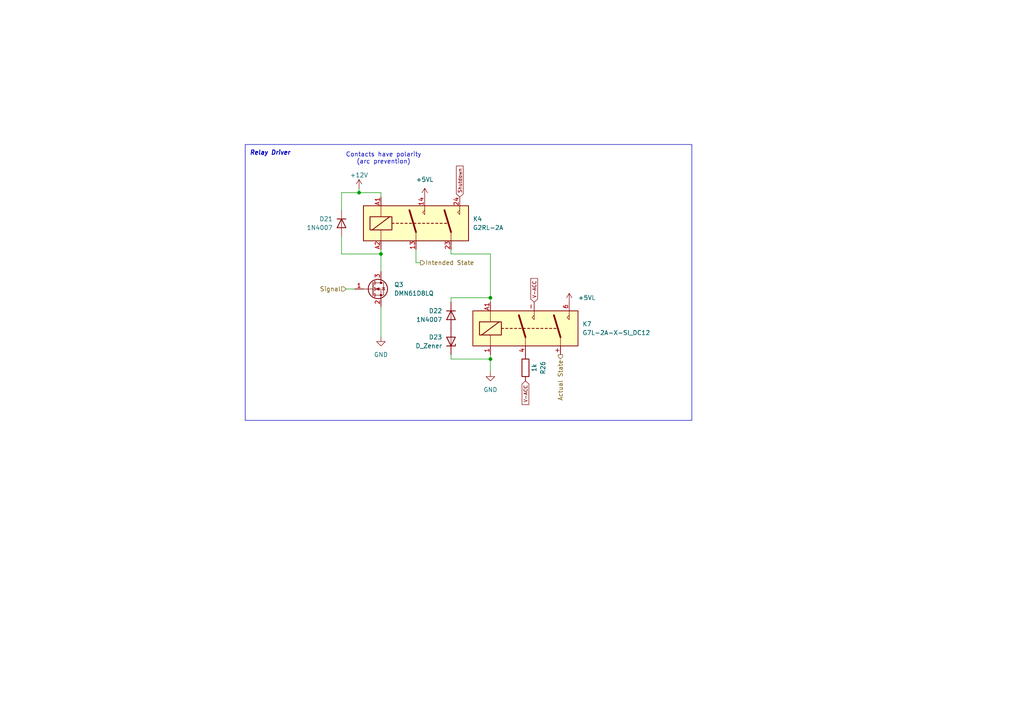
<source format=kicad_sch>
(kicad_sch (version 20250114) (generator "eeschema") (generator_version "9.0")
  (paper "A4")
  (title_block (title "Precharge") (date "2025-10-06") (rev "A") (company "York Formula Student") (comment 1 "Designed by Josh B and Logan C"))
  (lib_symbols
    (symbol "Device:D_Zener" (pin_numbers (hide yes)) (pin_names (offset 1.016) (hide yes))
      (property "Reference" "D" (at 0 2.54 0))
      (property "Value" "D_Zener" (at 0 -2.54 0))
      (symbol "D_Zener_0_1"
        (polyline (pts (xy -1.27 -1.27) (xy -1.27 1.27) (xy -0.762 1.27)) (stroke (width 0.254)))
        (polyline (pts (xy 1.27 0) (xy -1.27 0)))
        (polyline (pts (xy 1.27 -1.27) (xy 1.27 1.27) (xy -1.27 0) (xy 1.27 -1.27)) (stroke (width 0.254)))
      )
      (symbol "D_Zener_1_1"
        (pin passive line (at -3.81 0 0) (length 2.54) (name "K") (number "1"))
        (pin passive line (at 3.81 0 180) (length 2.54) (name "A") (number "2"))
      )
    )
    (symbol "Device:R" (pin_numbers (hide yes)) (pin_names (offset 0))
      (property "Reference" "R" (at 2.032 0 90))
      (property "Value" "R" (at 0 0 90))
      (symbol "R_0_1"
        (rectangle (start -1.016 -2.54) (end 1.016 2.54) (stroke (width 0.254)))
      )
      (symbol "R_1_1"
        (pin passive line (at 0 3.81 270) (length 1.27) (name "~") (number "1"))
        (pin passive line (at 0 -3.81 90) (length 1.27) (name "~") (number "2"))
      )
    )
    (symbol "Diode:1N4007" (pin_numbers (hide yes)) (pin_names (hide yes))
      (property "Reference" "D" (at 0 2.54 0))
      (property "Value" "1N4007" (at 0 -2.54 0))
      (symbol "1N4007_0_1"
        (polyline (pts (xy -1.27 1.27) (xy -1.27 -1.27)) (stroke (width 0.254)))
        (polyline (pts (xy 1.27 1.27) (xy 1.27 -1.27) (xy -1.27 0) (xy 1.27 1.27)) (stroke (width 0.254)))
        (polyline (pts (xy 1.27 0) (xy -1.27 0)))
      )
      (symbol "1N4007_1_1"
        (pin passive line (at -3.81 0 0) (length 2.54) (name "K") (number "1"))
        (pin passive line (at 3.81 0 180) (length 2.54) (name "A") (number "2"))
      )
    )
    (symbol "G2RL-2A_1"
      (property "Reference" "K7" (at 16.51 1.2701 0))
      (property "Value" "G7L-2A-X-SI_DC12" (at 16.51 -1.2699 0))
      (symbol "G2RL-2A_1_0_1"
        (rectangle (start -15.24 5.08) (end 15.24 -5.08) (stroke (width 0.254)) (fill (type background)))
        (rectangle (start -13.335 1.905) (end -6.985 -1.905) (stroke (width 0.254)))
        (polyline (pts (xy -12.7 -1.905) (xy -7.62 1.905)) (stroke (width 0.254)))
        (polyline (pts (xy -10.16 5.08) (xy -10.16 1.905)))
        (polyline (pts (xy -10.16 -5.08) (xy -10.16 -1.905)))
        (polyline (pts (xy -6.985 0) (xy -6.35 0)) (stroke (width 0.254)))
        (polyline (pts (xy -5.715 0) (xy -5.08 0)) (stroke (width 0.254)))
        (polyline (pts (xy -4.445 0) (xy -3.81 0)) (stroke (width 0.254)))
        (polyline (pts (xy -3.175 0) (xy -2.54 0)) (stroke (width 0.254)))
        (polyline (pts (xy -1.905 0) (xy -1.27 0)) (stroke (width 0.254)))
        (polyline (pts (xy -0.635 0) (xy 0 0)) (stroke (width 0.254)))
        (polyline (pts (xy 0 -2.54) (xy -1.905 3.81)) (stroke (width 0.508)))
        (polyline (pts (xy 0 -2.54) (xy 0 -5.08)))
        (polyline (pts (xy 0.635 0) (xy 1.27 0)) (stroke (width 0.254)))
        (polyline (pts (xy 1.905 0) (xy 2.54 0)) (stroke (width 0.254)))
        (polyline (pts (xy 2.54 5.08) (xy 2.54 2.54) (xy 1.905 3.175) (xy 2.54 3.81)))
        (polyline (pts (xy 3.175 0) (xy 3.81 0)) (stroke (width 0.254)))
        (polyline (pts (xy 4.445 0) (xy 5.08 0)) (stroke (width 0.254)))
        (polyline (pts (xy 5.715 0) (xy 6.35 0)) (stroke (width 0.254)))
        (polyline (pts (xy 6.985 0) (xy 7.62 0)) (stroke (width 0.254)))
        (polyline (pts (xy 8.255 0) (xy 8.89 0)) (stroke (width 0.254)))
        (polyline (pts (xy 10.16 -2.54) (xy 8.255 3.81)) (stroke (width 0.508)))
        (polyline (pts (xy 10.16 -2.54) (xy 10.16 -5.08)))
        (polyline (pts (xy 12.7 5.08) (xy 12.7 2.54) (xy 12.065 3.175) (xy 12.7 3.81)))
      )
      (symbol "G2RL-2A_1_1_1"
        (pin passive line (at -10.16 7.62 270) (length 2.54) (name "~") (number "A1"))
        (pin passive line (at -10.16 -7.62 90) (length 2.54) (name "~") (number "1"))
        (pin passive line (at 0 -7.62 90) (length 2.54) (name "~") (number "4"))
        (pin passive line (at 2.54 7.62 270) (length 2.54) (name "~") (number "-"))
        (pin passive line (at 10.16 -7.62 90) (length 2.54) (name "~") (number "+"))
        (pin passive line (at 12.7 7.62 270) (length 2.54) (name "~") (number "6"))
      )
    )
    (symbol "Relay:G2RL-2A"
      (property "Reference" "K" (at 16.51 3.81 0))
      (property "Value" "G2RL-2A" (at 16.51 1.27 0))
      (symbol "G2RL-2A_0_1"
        (rectangle (start -15.24 5.08) (end 15.24 -5.08) (stroke (width 0.254)) (fill (type background)))
        (rectangle (start -13.335 1.905) (end -6.985 -1.905) (stroke (width 0.254)))
        (polyline (pts (xy -12.7 -1.905) (xy -7.62 1.905)) (stroke (width 0.254)))
        (polyline (pts (xy -10.16 5.08) (xy -10.16 1.905)))
        (polyline (pts (xy -10.16 -5.08) (xy -10.16 -1.905)))
        (polyline (pts (xy -6.985 0) (xy -6.35 0)) (stroke (width 0.254)))
        (polyline (pts (xy -5.715 0) (xy -5.08 0)) (stroke (width 0.254)))
        (polyline (pts (xy -4.445 0) (xy -3.81 0)) (stroke (width 0.254)))
        (polyline (pts (xy -3.175 0) (xy -2.54 0)) (stroke (width 0.254)))
        (polyline (pts (xy -1.905 0) (xy -1.27 0)) (stroke (width 0.254)))
        (polyline (pts (xy -0.635 0) (xy 0 0)) (stroke (width 0.254)))
        (polyline (pts (xy 0 -2.54) (xy -1.905 3.81)) (stroke (width 0.508)))
        (polyline (pts (xy 0 -2.54) (xy 0 -5.08)))
        (polyline (pts (xy 0.635 0) (xy 1.27 0)) (stroke (width 0.254)))
        (polyline (pts (xy 1.905 0) (xy 2.54 0)) (stroke (width 0.254)))
        (polyline (pts (xy 2.54 5.08) (xy 2.54 2.54) (xy 1.905 3.175) (xy 2.54 3.81)))
        (polyline (pts (xy 3.175 0) (xy 3.81 0)) (stroke (width 0.254)))
        (polyline (pts (xy 4.445 0) (xy 5.08 0)) (stroke (width 0.254)))
        (polyline (pts (xy 5.715 0) (xy 6.35 0)) (stroke (width 0.254)))
        (polyline (pts (xy 6.985 0) (xy 7.62 0)) (stroke (width 0.254)))
        (polyline (pts (xy 8.255 0) (xy 8.89 0)) (stroke (width 0.254)))
        (polyline (pts (xy 10.16 -2.54) (xy 8.255 3.81)) (stroke (width 0.508)))
        (polyline (pts (xy 10.16 -2.54) (xy 10.16 -5.08)))
        (polyline (pts (xy 12.7 5.08) (xy 12.7 2.54) (xy 12.065 3.175) (xy 12.7 3.81)))
      )
      (symbol "G2RL-2A_1_1"
        (pin passive line (at -10.16 7.62 270) (length 2.54) (name "~") (number "A1"))
        (pin passive line (at -10.16 -7.62 90) (length 2.54) (name "~") (number "A2"))
        (pin passive line (at 0 -7.62 90) (length 2.54) (name "~") (number "13"))
        (pin passive line (at 2.54 7.62 270) (length 2.54) (name "~") (number "14"))
        (pin passive line (at 10.16 -7.62 90) (length 2.54) (name "~") (number "23"))
        (pin passive line (at 12.7 7.62 270) (length 2.54) (name "~") (number "24"))
      )
    )
    (symbol "Transistor_FET:DMN61D8LQ" (pin_names (offset 0) (hide yes))
      (property "Reference" "Q" (at 5.08 1.905 0))
      (property "Value" "DMN61D8LQ" (at 5.08 0 0))
      (symbol "DMN61D8LQ_0_1"
        (polyline (pts (xy 0.254 1.905) (xy 0.254 -1.905)) (stroke (width 0.254)))
        (polyline (pts (xy 0.254 0) (xy -2.54 0)))
        (polyline (pts (xy 0.762 2.286) (xy 0.762 1.27)) (stroke (width 0.254)))
        (polyline (pts (xy 0.762 0.508) (xy 0.762 -0.508)) (stroke (width 0.254)))
        (polyline (pts (xy 0.762 -1.27) (xy 0.762 -2.286)) (stroke (width 0.254)))
        (polyline (pts (xy 0.762 -1.778) (xy 3.302 -1.778) (xy 3.302 1.778) (xy 0.762 1.778)))
        (polyline (pts (xy 1.016 0) (xy 2.032 0.381) (xy 2.032 -0.381) (xy 1.016 0)) (fill (type outline)))
        (circle (center 1.651 0) (radius 2.794) (stroke (width 0.254)))
        (polyline (pts (xy 2.54 2.54) (xy 2.54 1.778)))
        (circle (center 2.54 1.778) (radius 0.254) (fill (type outline)))
        (circle (center 2.54 -1.778) (radius 0.254) (fill (type outline)))
        (polyline (pts (xy 2.54 -2.54) (xy 2.54 0) (xy 0.762 0)))
        (polyline (pts (xy 2.921 0.381) (xy 3.683 0.381)))
        (polyline (pts (xy 3.302 0.381) (xy 2.921 -0.254) (xy 3.683 -0.254) (xy 3.302 0.381)))
      )
      (symbol "DMN61D8LQ_1_1"
        (pin input line (at -5.08 0 0) (length 2.54) (name "G") (number "1"))
        (pin passive line (at 2.54 5.08 270) (length 2.54) (name "D") (number "3"))
        (pin passive line (at 2.54 -5.08 90) (length 2.54) (name "S") (number "2"))
      )
    )
    (symbol "power:+12V" (power) (pin_names (offset 0))
      (property "Value" "+12V" (at 0 3.556 0))
      (symbol "+12V_0_1"
        (polyline (pts (xy -0.762 1.27) (xy 0 2.54)))
        (polyline (pts (xy 0 2.54) (xy 0.762 1.27)))
        (polyline (pts (xy 0 0) (xy 0 2.54)))
      )
      (symbol "+12V_1_1"
        (pin power_in line (at 0 0 90) (length 0) (hide yes) (name "+12V") (number "1"))
      )
    )
    (symbol "power:+5VL" (power) (pin_numbers (hide yes)) (pin_names (offset 0) (hide yes))
      (property "Value" "+5VL" (at 0 3.556 0))
      (symbol "+5VL_0_1"
        (polyline (pts (xy -0.762 1.27) (xy 0 2.54)))
        (polyline (pts (xy 0 2.54) (xy 0.762 1.27)))
        (polyline (pts (xy 0 0) (xy 0 2.54)))
      )
      (symbol "+5VL_1_1"
        (pin power_in line (at 0 0 90) (length 0) (name "~") (number "1"))
      )
    )
    (symbol "power:GND" (power) (pin_names (offset 0))
      (property "Value" "GND" (at 0 -3.81 0))
      (symbol "GND_0_1"
        (polyline (pts (xy 0 0) (xy 0 -1.27) (xy 1.27 -1.27) (xy 0 -2.54) (xy -1.27 -1.27) (xy 0 -1.27)))
      )
      (symbol "GND_1_1"
        (pin power_in line (at 0 0 270) (length 0) (hide yes) (name "GND") (number "1"))
      )
    )
  )
  (rectangle (start 71.12 41.91) (end 200.66 121.92))
  (text "Relay Driver" (at 72.39 44.45 0) (effects (font (size 1.27 1.27) (thickness 0.254) (bold yes) (italic yes)) (justify left)))
  (text "Contacts have polarity\n(arc prevention)" (at 111.252 45.974 0) (effects (font (size 1.27 1.27))))
  (junction (at 104.14 55.88))
  (junction (at 142.24 86.36))
  (junction (at 110.49 73.66))
  (junction (at 142.24 104.14))
  (wire (pts (xy 130.81 86.36) (xy 142.24 86.36)))
  (wire (pts (xy 99.06 55.88) (xy 104.14 55.88)))
  (wire (pts (xy 100.33 83.82) (xy 102.87 83.82)))
  (wire (pts (xy 110.49 73.66) (xy 110.49 78.74)))
  (wire (pts (xy 99.06 55.88) (xy 99.06 60.96)))
  (wire (pts (xy 130.81 87.63) (xy 130.81 86.36)))
  (wire (pts (xy 104.14 54.61) (xy 104.14 55.88)))
  (wire (pts (xy 130.81 102.87) (xy 130.81 104.14)))
  (wire (pts (xy 99.06 68.58) (xy 99.06 73.66)))
  (wire (pts (xy 142.24 107.95) (xy 142.24 104.14)))
  (wire (pts (xy 142.24 86.36) (xy 142.24 87.63)))
  (wire (pts (xy 99.06 73.66) (xy 110.49 73.66)))
  (wire (pts (xy 142.24 73.66) (xy 142.24 86.36)))
  (wire (pts (xy 120.65 76.2) (xy 120.65 72.39)))
  (wire (pts (xy 110.49 55.88) (xy 110.49 57.15)))
  (wire (pts (xy 142.24 102.87) (xy 142.24 104.14)))
  (wire (pts (xy 104.14 55.88) (xy 110.49 55.88)))
  (wire (pts (xy 121.92 76.2) (xy 120.65 76.2)))
  (wire (pts (xy 130.81 73.66) (xy 142.24 73.66)))
  (wire (pts (xy 130.81 73.66) (xy 130.81 72.39)))
  (wire (pts (xy 110.49 88.9) (xy 110.49 97.79)))
  (wire (pts (xy 130.81 104.14) (xy 142.24 104.14)))
  (wire (pts (xy 110.49 72.39) (xy 110.49 73.66)))
  (global_label "V-ACC" (shape input) (at 152.4 110.49 270) (effects (font (size 1 1))) (property "Intersheetrefs" "${INTERSHEET_REFS}" (effects (hide yes))))
  (global_label "Shutdown" (shape input) (at 133.35 57.15 90) (effects (font (size 1 1))) (property "Intersheetrefs" "${INTERSHEET_REFS}" (effects (hide yes))))
  (global_label "V-ACC" (shape input) (at 154.94 87.63 90) (effects (font (size 1 1))) (property "Intersheetrefs" "${INTERSHEET_REFS}" (effects (hide yes))))
  (hierarchical_label "Intended State" (shape output) (at 121.92 76.2 0))
  (hierarchical_label "Actual State" (shape output) (at 162.56 102.87 270))
  (hierarchical_label "Signal" (shape input) (at 100.33 83.82 180))
  (symbol (lib_id "Device:D_Zener") (at 130.81 99.06 270) (mirror x) (unit 1)
    (property "Reference" "D23" (at 128.27 97.7899 90) (effects (justify right)))
    (property "Value" "D_Zener" (at 128.27 100.3299 90) (effects (justify right)))
    (property "Description" "Zener diode" (effects (hide yes)))
  )
  (symbol (lib_id "Diode:1N4007") (at 99.06 64.77 90) (mirror x) (unit 1)
    (property "Reference" "D21" (at 96.52 63.4999 90) (effects (justify left)))
    (property "Value" "1N4007" (at 96.52 66.0399 90) (effects (justify left)))
    (property "Footprint" "Diode_SMD:D_SMA" (effects (hide yes)))
    (property "Datasheet" "http://www.vishay.com/docs/88503/1n4001.pdf" (effects (hide yes)))
    (property "Description" "1000V 1A General Purpose Rectifier Diode, DO-41" (effects (hide yes)))
    (property "Sim.Device" "D" (effects (hide yes)))
    (property "Sim.Pins" "1=K 2=A" (effects (hide yes)))
  )
  (symbol (lib_id "Device:R") (at 152.4 106.68 0) (unit 1)
    (property "Reference" "R26" (at 157.48 106.68 90))
    (property "Value" "1k" (at 154.94 106.68 90))
    (property "Footprint" "Resistor_SMD:R_0603_1608Metric" (effects (hide yes)))
    (property "Datasheet" "https://s.resistor.today/shop/products/epdf/APLR.pdf" (effects (hide yes)))
    (property "Description" "Non-Inductive High Energy Anti-Pulse Resistor" (effects (hide yes)))
  )
  (symbol (lib_id "Diode:1N4007") (at 130.81 91.44 90) (mirror x) (unit 1)
    (property "Reference" "D22" (at 128.27 90.1699 90) (effects (justify left)))
    (property "Value" "1N4007" (at 128.27 92.7099 90) (effects (justify left)))
    (property "Footprint" "Diode_SMD:D_SMA" (effects (hide yes)))
    (property "Datasheet" "http://www.vishay.com/docs/88503/1n4001.pdf" (effects (hide yes)))
    (property "Description" "1000V 1A General Purpose Rectifier Diode, DO-41" (effects (hide yes)))
    (property "Sim.Device" "D" (effects (hide yes)))
    (property "Sim.Pins" "1=K 2=A" (effects (hide yes)))
  )
  (symbol (lib_id "Transistor_FET:DMN61D8LQ") (at 107.95 83.82 0) (unit 1)
    (property "Reference" "Q3" (at 114.3 82.5499 0) (effects (justify left)))
    (property "Value" "DMN61D8LQ" (at 114.3 85.0899 0) (effects (justify left)))
    (property "Footprint" "Package_TO_SOT_SMD:SOT-23" (effects (hide yes)))
    (property "Datasheet" "https://www.diodes.com/assets/Datasheets/DMN61D8LQ.pdf" (effects (hide yes)))
    (property "Description" "60V Vds, 0.470A Id, N-Channel MOSFET for switching inductive loads , SOT-23" (effects (hide yes)))
  )
  (symbol (lib_id "Relay:G2RL-2A") (at 120.65 64.77 0) (unit 1)
    (property "Reference" "K4" (at 137.16 63.4999 0) (effects (justify left)))
    (property "Value" "G2RL-2A" (at 137.16 66.0399 0) (effects (justify left)))
    (property "Footprint" "Relay_THT:Relay_DPST_Omron_G2RL-2A" (effects (hide yes)))
    (property "Datasheet" "https://omronfs.omron.com/en_US/ecb/products/pdf/en-g2rl.pdf" (effects (hide yes)))
    (property "Description" "General Purpose Low Profile Relay DPST Through Hole, Omron G2RL series, Normally Open,  8A 250VAC" (effects (hide yes)))
  )
  (symbol (lib_id "power:+5VL") (at 123.19 57.15 0) (unit 1)
    (property "Reference" "#PWR064" (effects (hide yes)))
    (property "Value" "+5VL" (at 123.19 52.07 0))
    (property "Description" "Power symbol creates a global label with name \"+5VL\"" (effects (hide yes)))
  )
  (symbol (lib_id "power:+12V") (at 104.14 54.61 0) (unit 1)
    (property "Reference" "#PWR062" (effects (hide yes)))
    (property "Value" "+12V" (at 104.14 50.8 0))
    (property "Description" "Power symbol creates a global label with name \"+12V\"" (effects (hide yes)))
  )
  (symbol (lib_id "power:+5VL") (at 165.1 87.63 0) (unit 1)
    (property "Reference" "#PWR066" (effects (hide yes)))
    (property "Value" "+5VL" (at 167.64 86.3599 0) (effects (justify left)))
    (property "Description" "Power symbol creates a global label with name \"+5VL\"" (effects (hide yes)))
  )
  (symbol (lib_id "power:GND") (at 142.24 107.95 0) (unit 1)
    (property "Reference" "#PWR065" (effects (hide yes)))
    (property "Value" "GND" (at 142.24 113.03 0))
  )
  (symbol (lib_id "power:GND") (at 110.49 97.79 0) (unit 1)
    (property "Reference" "#PWR063" (effects (hide yes)))
    (property "Value" "GND" (at 110.49 102.87 0))
  )
  (symbol (lib_name "G2RL-2A_1") (lib_id "Relay:G2RL-2A") (at 152.4 95.25 0) (unit 1)
    (property "Reference" "K7" (at 168.91 93.9799 0) (effects (justify left)))
    (property "Value" "G7L-2A-X-SI_DC12" (at 168.91 96.5199 0) (effects (justify left)))
    (property "Footprint" "MyLibrary:G7L2AXSIDC12" (effects (hide yes)))
    (property "Datasheet" "https://omronfs.omron.com/en_US/ecb/products/pdf/en-g2rl.pdf" (effects (hide yes)))
    (property "Description" "General Purpose Low Profile Relay DPST Through Hole, Omron G2RL series, Normally Open,  8A 250VAC" (effects (hide yes)))
  )
)
</source>
